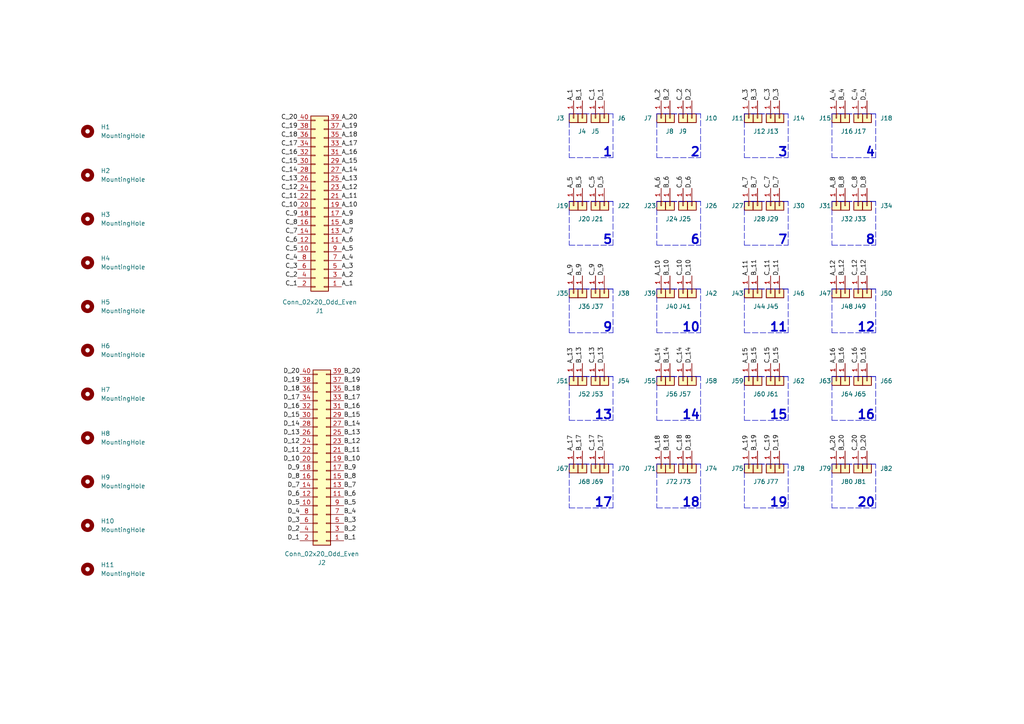
<source format=kicad_sch>
(kicad_sch (version 20210126) (generator eeschema)
  (paper "A4")
  (lib_symbols
    (symbol "Connector_Generic:Conn_01x01" (pin_names (offset 1.016) hide)
      (property "Reference" "J" (at 0 2.54 0))
      (property "Value" "Conn_01x01" (at 0 -2.54 0))
      (symbol "Conn_01x01_1_1"
        (rectangle (start -1.27 0.127) (end 0 -0.127) (stroke (width 0.1524)))
        (rectangle (start -1.27 1.27) (end 1.27 -1.27) (stroke (width 0.254)) (fill (type background)))
        (pin passive line (at -5.08 0 0) (length 3.81) (name "Pin_1") (number "1"))
      )
    )
    (symbol "Connector_Generic:Conn_02x20_Odd_Even" (pin_names (offset 1.016) hide)
      (property "Reference" "J" (at 1.27 25.4 0))
      (property "Value" "Conn_02x20_Odd_Even" (at 1.27 -27.94 0))
      (symbol "Conn_02x20_Odd_Even_1_1"
        (rectangle (start -1.27 -4.953) (end 0 -5.207) (stroke (width 0.1524)))
        (rectangle (start -1.27 -7.493) (end 0 -7.747) (stroke (width 0.1524)))
        (rectangle (start -1.27 -10.033) (end 0 -10.287) (stroke (width 0.1524)))
        (rectangle (start -1.27 -12.573) (end 0 -12.827) (stroke (width 0.1524)))
        (rectangle (start -1.27 -15.113) (end 0 -15.367) (stroke (width 0.1524)))
        (rectangle (start -1.27 -17.653) (end 0 -17.907) (stroke (width 0.1524)))
        (rectangle (start -1.27 -20.193) (end 0 -20.447) (stroke (width 0.1524)))
        (rectangle (start -1.27 -22.733) (end 0 -22.987) (stroke (width 0.1524)))
        (rectangle (start -1.27 -2.413) (end 0 -2.667) (stroke (width 0.1524)))
        (rectangle (start -1.27 -25.273) (end 0 -25.527) (stroke (width 0.1524)))
        (rectangle (start -1.27 2.667) (end 0 2.413) (stroke (width 0.1524)))
        (rectangle (start -1.27 5.207) (end 0 4.953) (stroke (width 0.1524)))
        (rectangle (start -1.27 7.747) (end 0 7.493) (stroke (width 0.1524)))
        (rectangle (start -1.27 10.287) (end 0 10.033) (stroke (width 0.1524)))
        (rectangle (start -1.27 0.127) (end 0 -0.127) (stroke (width 0.1524)))
        (rectangle (start -1.27 12.827) (end 0 12.573) (stroke (width 0.1524)))
        (rectangle (start -1.27 15.367) (end 0 15.113) (stroke (width 0.1524)))
        (rectangle (start -1.27 17.907) (end 0 17.653) (stroke (width 0.1524)))
        (rectangle (start -1.27 20.447) (end 0 20.193) (stroke (width 0.1524)))
        (rectangle (start -1.27 22.987) (end 0 22.733) (stroke (width 0.1524)))
        (rectangle (start -1.27 24.13) (end 3.81 -26.67) (stroke (width 0.254)) (fill (type background)))
        (rectangle (start 3.81 -4.953) (end 2.54 -5.207) (stroke (width 0.1524)))
        (rectangle (start 3.81 -7.493) (end 2.54 -7.747) (stroke (width 0.1524)))
        (rectangle (start 3.81 -10.033) (end 2.54 -10.287) (stroke (width 0.1524)))
        (rectangle (start 3.81 -12.573) (end 2.54 -12.827) (stroke (width 0.1524)))
        (rectangle (start 3.81 -15.113) (end 2.54 -15.367) (stroke (width 0.1524)))
        (rectangle (start 3.81 -17.653) (end 2.54 -17.907) (stroke (width 0.1524)))
        (rectangle (start 3.81 -20.193) (end 2.54 -20.447) (stroke (width 0.1524)))
        (rectangle (start 3.81 -22.733) (end 2.54 -22.987) (stroke (width 0.1524)))
        (rectangle (start 3.81 -2.413) (end 2.54 -2.667) (stroke (width 0.1524)))
        (rectangle (start 3.81 -25.273) (end 2.54 -25.527) (stroke (width 0.1524)))
        (rectangle (start 3.81 2.667) (end 2.54 2.413) (stroke (width 0.1524)))
        (rectangle (start 3.81 5.207) (end 2.54 4.953) (stroke (width 0.1524)))
        (rectangle (start 3.81 7.747) (end 2.54 7.493) (stroke (width 0.1524)))
        (rectangle (start 3.81 10.287) (end 2.54 10.033) (stroke (width 0.1524)))
        (rectangle (start 3.81 0.127) (end 2.54 -0.127) (stroke (width 0.1524)))
        (rectangle (start 3.81 12.827) (end 2.54 12.573) (stroke (width 0.1524)))
        (rectangle (start 3.81 15.367) (end 2.54 15.113) (stroke (width 0.1524)))
        (rectangle (start 3.81 17.907) (end 2.54 17.653) (stroke (width 0.1524)))
        (rectangle (start 3.81 20.447) (end 2.54 20.193) (stroke (width 0.1524)))
        (rectangle (start 3.81 22.987) (end 2.54 22.733) (stroke (width 0.1524)))
        (pin passive line (at -5.08 22.86 0) (length 3.81) (name "Pin_1") (number "1"))
        (pin passive line (at 7.62 12.7 180) (length 3.81) (name "Pin_10") (number "10"))
        (pin passive line (at -5.08 10.16 0) (length 3.81) (name "Pin_11") (number "11"))
        (pin passive line (at 7.62 10.16 180) (length 3.81) (name "Pin_12") (number "12"))
        (pin passive line (at -5.08 7.62 0) (length 3.81) (name "Pin_13") (number "13"))
        (pin passive line (at 7.62 7.62 180) (length 3.81) (name "Pin_14") (number "14"))
        (pin passive line (at -5.08 5.08 0) (length 3.81) (name "Pin_15") (number "15"))
        (pin passive line (at 7.62 5.08 180) (length 3.81) (name "Pin_16") (number "16"))
        (pin passive line (at -5.08 2.54 0) (length 3.81) (name "Pin_17") (number "17"))
        (pin passive line (at 7.62 2.54 180) (length 3.81) (name "Pin_18") (number "18"))
        (pin passive line (at -5.08 0 0) (length 3.81) (name "Pin_19") (number "19"))
        (pin passive line (at 7.62 22.86 180) (length 3.81) (name "Pin_2") (number "2"))
        (pin passive line (at 7.62 0 180) (length 3.81) (name "Pin_20") (number "20"))
        (pin passive line (at -5.08 -2.54 0) (length 3.81) (name "Pin_21") (number "21"))
        (pin passive line (at 7.62 -2.54 180) (length 3.81) (name "Pin_22") (number "22"))
        (pin passive line (at -5.08 -5.08 0) (length 3.81) (name "Pin_23") (number "23"))
        (pin passive line (at 7.62 -5.08 180) (length 3.81) (name "Pin_24") (number "24"))
        (pin passive line (at -5.08 -7.62 0) (length 3.81) (name "Pin_25") (number "25"))
        (pin passive line (at 7.62 -7.62 180) (length 3.81) (name "Pin_26") (number "26"))
        (pin passive line (at -5.08 -10.16 0) (length 3.81) (name "Pin_27") (number "27"))
        (pin passive line (at 7.62 -10.16 180) (length 3.81) (name "Pin_28") (number "28"))
        (pin passive line (at -5.08 -12.7 0) (length 3.81) (name "Pin_29") (number "29"))
        (pin passive line (at -5.08 20.32 0) (length 3.81) (name "Pin_3") (number "3"))
        (pin passive line (at 7.62 -12.7 180) (length 3.81) (name "Pin_30") (number "30"))
        (pin passive line (at -5.08 -15.24 0) (length 3.81) (name "Pin_31") (number "31"))
        (pin passive line (at 7.62 -15.24 180) (length 3.81) (name "Pin_32") (number "32"))
        (pin passive line (at -5.08 -17.78 0) (length 3.81) (name "Pin_33") (number "33"))
        (pin passive line (at 7.62 -17.78 180) (length 3.81) (name "Pin_34") (number "34"))
        (pin passive line (at -5.08 -20.32 0) (length 3.81) (name "Pin_35") (number "35"))
        (pin passive line (at 7.62 -20.32 180) (length 3.81) (name "Pin_36") (number "36"))
        (pin passive line (at -5.08 -22.86 0) (length 3.81) (name "Pin_37") (number "37"))
        (pin passive line (at 7.62 -22.86 180) (length 3.81) (name "Pin_38") (number "38"))
        (pin passive line (at -5.08 -25.4 0) (length 3.81) (name "Pin_39") (number "39"))
        (pin passive line (at 7.62 20.32 180) (length 3.81) (name "Pin_4") (number "4"))
        (pin passive line (at 7.62 -25.4 180) (length 3.81) (name "Pin_40") (number "40"))
        (pin passive line (at -5.08 17.78 0) (length 3.81) (name "Pin_5") (number "5"))
        (pin passive line (at 7.62 17.78 180) (length 3.81) (name "Pin_6") (number "6"))
        (pin passive line (at -5.08 15.24 0) (length 3.81) (name "Pin_7") (number "7"))
        (pin passive line (at 7.62 15.24 180) (length 3.81) (name "Pin_8") (number "8"))
        (pin passive line (at -5.08 12.7 0) (length 3.81) (name "Pin_9") (number "9"))
      )
    )
    (symbol "Mechanical:MountingHole" (pin_names (offset 1.016))
      (property "Reference" "H" (at 0 5.08 0))
      (property "Value" "MountingHole" (at 0 3.175 0))
      (symbol "MountingHole_0_1"
        (circle (center 0 0) (radius 1.27) (stroke (width 1.27)))
      )
    )
  )
  (polyline (pts (xy 165.1 33.02) (xy 165.1 45.72)) (stroke (width 0) (type dash)))
  (polyline (pts (xy 165.1 45.72) (xy 177.8 45.72)) (stroke (width 0) (type dash)))
  (polyline (pts (xy 165.1 58.42) (xy 165.1 71.12)) (stroke (width 0) (type dash)))
  (polyline (pts (xy 165.1 71.12) (xy 177.8 71.12)) (stroke (width 0) (type dash)))
  (polyline (pts (xy 165.1 83.82) (xy 165.1 96.52)) (stroke (width 0) (type dash)))
  (polyline (pts (xy 165.1 96.52) (xy 177.8 96.52)) (stroke (width 0) (type dash)))
  (polyline (pts (xy 165.1 109.22) (xy 165.1 121.92)) (stroke (width 0) (type dash)))
  (polyline (pts (xy 165.1 121.92) (xy 177.8 121.92)) (stroke (width 0) (type dash)))
  (polyline (pts (xy 165.1 134.62) (xy 165.1 147.32)) (stroke (width 0) (type dash)))
  (polyline (pts (xy 165.1 147.32) (xy 177.8 147.32)) (stroke (width 0) (type dash)))
  (polyline (pts (xy 177.8 33.02) (xy 165.1 33.02)) (stroke (width 0) (type dash)))
  (polyline (pts (xy 177.8 45.72) (xy 177.8 33.02)) (stroke (width 0) (type dash)))
  (polyline (pts (xy 177.8 58.42) (xy 165.1 58.42)) (stroke (width 0) (type dash)))
  (polyline (pts (xy 177.8 58.42) (xy 165.1 58.42)) (stroke (width 0) (type dash)))
  (polyline (pts (xy 177.8 71.12) (xy 177.8 58.42)) (stroke (width 0) (type dash)))
  (polyline (pts (xy 177.8 83.82) (xy 165.1 83.82)) (stroke (width 0) (type dash)))
  (polyline (pts (xy 177.8 83.82) (xy 165.1 83.82)) (stroke (width 0) (type dash)))
  (polyline (pts (xy 177.8 96.52) (xy 177.8 83.82)) (stroke (width 0) (type dash)))
  (polyline (pts (xy 177.8 109.22) (xy 165.1 109.22)) (stroke (width 0) (type dash)))
  (polyline (pts (xy 177.8 109.22) (xy 165.1 109.22)) (stroke (width 0) (type dash)))
  (polyline (pts (xy 177.8 121.92) (xy 177.8 109.22)) (stroke (width 0) (type dash)))
  (polyline (pts (xy 177.8 134.62) (xy 165.1 134.62)) (stroke (width 0) (type dash)))
  (polyline (pts (xy 177.8 134.62) (xy 165.1 134.62)) (stroke (width 0) (type dash)))
  (polyline (pts (xy 177.8 147.32) (xy 177.8 134.62)) (stroke (width 0) (type dash)))
  (polyline (pts (xy 190.5 33.02) (xy 190.5 45.72)) (stroke (width 0) (type dash)))
  (polyline (pts (xy 190.5 45.72) (xy 203.2 45.72)) (stroke (width 0) (type dash)))
  (polyline (pts (xy 190.5 58.42) (xy 190.5 71.12)) (stroke (width 0) (type dash)))
  (polyline (pts (xy 190.5 71.12) (xy 203.2 71.12)) (stroke (width 0) (type dash)))
  (polyline (pts (xy 190.5 83.82) (xy 190.5 96.52)) (stroke (width 0) (type dash)))
  (polyline (pts (xy 190.5 96.52) (xy 203.2 96.52)) (stroke (width 0) (type dash)))
  (polyline (pts (xy 190.5 109.22) (xy 190.5 121.92)) (stroke (width 0) (type dash)))
  (polyline (pts (xy 190.5 121.92) (xy 203.2 121.92)) (stroke (width 0) (type dash)))
  (polyline (pts (xy 190.5 134.62) (xy 190.5 147.32)) (stroke (width 0) (type dash)))
  (polyline (pts (xy 190.5 147.32) (xy 203.2 147.32)) (stroke (width 0) (type dash)))
  (polyline (pts (xy 203.2 33.02) (xy 190.5 33.02)) (stroke (width 0) (type dash)))
  (polyline (pts (xy 203.2 33.02) (xy 190.5 33.02)) (stroke (width 0) (type dash)))
  (polyline (pts (xy 203.2 45.72) (xy 203.2 33.02)) (stroke (width 0) (type dash)))
  (polyline (pts (xy 203.2 58.42) (xy 190.5 58.42)) (stroke (width 0) (type dash)))
  (polyline (pts (xy 203.2 58.42) (xy 190.5 58.42)) (stroke (width 0) (type dash)))
  (polyline (pts (xy 203.2 71.12) (xy 203.2 58.42)) (stroke (width 0) (type dash)))
  (polyline (pts (xy 203.2 83.82) (xy 190.5 83.82)) (stroke (width 0) (type dash)))
  (polyline (pts (xy 203.2 83.82) (xy 190.5 83.82)) (stroke (width 0) (type dash)))
  (polyline (pts (xy 203.2 96.52) (xy 203.2 83.82)) (stroke (width 0) (type dash)))
  (polyline (pts (xy 203.2 109.22) (xy 190.5 109.22)) (stroke (width 0) (type dash)))
  (polyline (pts (xy 203.2 109.22) (xy 190.5 109.22)) (stroke (width 0) (type dash)))
  (polyline (pts (xy 203.2 121.92) (xy 203.2 109.22)) (stroke (width 0) (type dash)))
  (polyline (pts (xy 203.2 134.62) (xy 190.5 134.62)) (stroke (width 0) (type dash)))
  (polyline (pts (xy 203.2 134.62) (xy 190.5 134.62)) (stroke (width 0) (type dash)))
  (polyline (pts (xy 203.2 147.32) (xy 203.2 134.62)) (stroke (width 0) (type dash)))
  (polyline (pts (xy 215.9 33.02) (xy 215.9 45.72)) (stroke (width 0) (type dash)))
  (polyline (pts (xy 215.9 45.72) (xy 228.6 45.72)) (stroke (width 0) (type dash)))
  (polyline (pts (xy 215.9 58.42) (xy 215.9 71.12)) (stroke (width 0) (type dash)))
  (polyline (pts (xy 215.9 71.12) (xy 228.6 71.12)) (stroke (width 0) (type dash)))
  (polyline (pts (xy 215.9 83.82) (xy 215.9 96.52)) (stroke (width 0) (type dash)))
  (polyline (pts (xy 215.9 96.52) (xy 228.6 96.52)) (stroke (width 0) (type dash)))
  (polyline (pts (xy 215.9 109.22) (xy 215.9 121.92)) (stroke (width 0) (type dash)))
  (polyline (pts (xy 215.9 121.92) (xy 228.6 121.92)) (stroke (width 0) (type dash)))
  (polyline (pts (xy 215.9 134.62) (xy 215.9 147.32)) (stroke (width 0) (type dash)))
  (polyline (pts (xy 215.9 147.32) (xy 228.6 147.32)) (stroke (width 0) (type dash)))
  (polyline (pts (xy 228.6 33.02) (xy 215.9 33.02)) (stroke (width 0) (type dash)))
  (polyline (pts (xy 228.6 33.02) (xy 215.9 33.02)) (stroke (width 0) (type dash)))
  (polyline (pts (xy 228.6 45.72) (xy 228.6 33.02)) (stroke (width 0) (type dash)))
  (polyline (pts (xy 228.6 58.42) (xy 215.9 58.42)) (stroke (width 0) (type dash)))
  (polyline (pts (xy 228.6 58.42) (xy 215.9 58.42)) (stroke (width 0) (type dash)))
  (polyline (pts (xy 228.6 71.12) (xy 228.6 58.42)) (stroke (width 0) (type dash)))
  (polyline (pts (xy 228.6 83.82) (xy 215.9 83.82)) (stroke (width 0) (type dash)))
  (polyline (pts (xy 228.6 83.82) (xy 215.9 83.82)) (stroke (width 0) (type dash)))
  (polyline (pts (xy 228.6 96.52) (xy 228.6 83.82)) (stroke (width 0) (type dash)))
  (polyline (pts (xy 228.6 109.22) (xy 215.9 109.22)) (stroke (width 0) (type dash)))
  (polyline (pts (xy 228.6 109.22) (xy 215.9 109.22)) (stroke (width 0) (type dash)))
  (polyline (pts (xy 228.6 121.92) (xy 228.6 109.22)) (stroke (width 0) (type dash)))
  (polyline (pts (xy 228.6 134.62) (xy 215.9 134.62)) (stroke (width 0) (type dash)))
  (polyline (pts (xy 228.6 134.62) (xy 215.9 134.62)) (stroke (width 0) (type dash)))
  (polyline (pts (xy 228.6 147.32) (xy 228.6 134.62)) (stroke (width 0) (type dash)))
  (polyline (pts (xy 241.3 33.02) (xy 241.3 45.72)) (stroke (width 0) (type dash)))
  (polyline (pts (xy 241.3 45.72) (xy 254 45.72)) (stroke (width 0) (type dash)))
  (polyline (pts (xy 241.3 58.42) (xy 241.3 71.12)) (stroke (width 0) (type dash)))
  (polyline (pts (xy 241.3 71.12) (xy 254 71.12)) (stroke (width 0) (type dash)))
  (polyline (pts (xy 241.3 83.82) (xy 241.3 96.52)) (stroke (width 0) (type dash)))
  (polyline (pts (xy 241.3 96.52) (xy 254 96.52)) (stroke (width 0) (type dash)))
  (polyline (pts (xy 241.3 109.22) (xy 241.3 121.92)) (stroke (width 0) (type dash)))
  (polyline (pts (xy 241.3 121.92) (xy 254 121.92)) (stroke (width 0) (type dash)))
  (polyline (pts (xy 241.3 134.62) (xy 241.3 147.32)) (stroke (width 0) (type dash)))
  (polyline (pts (xy 241.3 147.32) (xy 254 147.32)) (stroke (width 0) (type dash)))
  (polyline (pts (xy 254 33.02) (xy 241.3 33.02)) (stroke (width 0) (type dash)))
  (polyline (pts (xy 254 33.02) (xy 241.3 33.02)) (stroke (width 0) (type dash)))
  (polyline (pts (xy 254 45.72) (xy 254 33.02)) (stroke (width 0) (type dash)))
  (polyline (pts (xy 254 58.42) (xy 241.3 58.42)) (stroke (width 0) (type dash)))
  (polyline (pts (xy 254 58.42) (xy 241.3 58.42)) (stroke (width 0) (type dash)))
  (polyline (pts (xy 254 71.12) (xy 254 58.42)) (stroke (width 0) (type dash)))
  (polyline (pts (xy 254 83.82) (xy 241.3 83.82)) (stroke (width 0) (type dash)))
  (polyline (pts (xy 254 83.82) (xy 241.3 83.82)) (stroke (width 0) (type dash)))
  (polyline (pts (xy 254 96.52) (xy 254 83.82)) (stroke (width 0) (type dash)))
  (polyline (pts (xy 254 109.22) (xy 241.3 109.22)) (stroke (width 0) (type dash)))
  (polyline (pts (xy 254 109.22) (xy 241.3 109.22)) (stroke (width 0) (type dash)))
  (polyline (pts (xy 254 121.92) (xy 254 109.22)) (stroke (width 0) (type dash)))
  (polyline (pts (xy 254 134.62) (xy 241.3 134.62)) (stroke (width 0) (type dash)))
  (polyline (pts (xy 254 134.62) (xy 241.3 134.62)) (stroke (width 0) (type dash)))
  (polyline (pts (xy 254 147.32) (xy 254 134.62)) (stroke (width 0) (type dash)))
  (text "1" (at 177.8 45.72 180) (effects (font (size 2.54 2.54) (thickness 0.508) bold) (justify right bottom)))
  (text "5" (at 177.8 71.12 180) (effects (font (size 2.54 2.54) (thickness 0.508) bold) (justify right bottom)))
  (text "9" (at 177.8 96.52 180) (effects (font (size 2.54 2.54) (thickness 0.508) bold) (justify right bottom)))
  (text "13" (at 177.8 121.92 180) (effects (font (size 2.54 2.54) (thickness 0.508) bold) (justify right bottom)))
  (text "17" (at 177.8 147.32 180) (effects (font (size 2.54 2.54) (thickness 0.508) bold) (justify right bottom)))
  (text "2" (at 203.2 45.72 180) (effects (font (size 2.54 2.54) (thickness 0.508) bold) (justify right bottom)))
  (text "6" (at 203.2 71.12 180) (effects (font (size 2.54 2.54) (thickness 0.508) bold) (justify right bottom)))
  (text "10" (at 203.2 96.52 180) (effects (font (size 2.54 2.54) (thickness 0.508) bold) (justify right bottom)))
  (text "14" (at 203.2 121.92 180) (effects (font (size 2.54 2.54) (thickness 0.508) bold) (justify right bottom)))
  (text "18" (at 203.2 147.32 180) (effects (font (size 2.54 2.54) (thickness 0.508) bold) (justify right bottom)))
  (text "3" (at 228.6 45.72 180) (effects (font (size 2.54 2.54) (thickness 0.508) bold) (justify right bottom)))
  (text "7" (at 228.6 71.12 180) (effects (font (size 2.54 2.54) (thickness 0.508) bold) (justify right bottom)))
  (text "11" (at 228.6 96.52 180) (effects (font (size 2.54 2.54) (thickness 0.508) bold) (justify right bottom)))
  (text "15" (at 228.6 121.92 180) (effects (font (size 2.54 2.54) (thickness 0.508) bold) (justify right bottom)))
  (text "19" (at 228.6 147.32 180) (effects (font (size 2.54 2.54) (thickness 0.508) bold) (justify right bottom)))
  (text "4" (at 254 45.72 180) (effects (font (size 2.54 2.54) (thickness 0.508) bold) (justify right bottom)))
  (text "8" (at 254 71.12 180) (effects (font (size 2.54 2.54) (thickness 0.508) bold) (justify right bottom)))
  (text "12" (at 254 96.52 180) (effects (font (size 2.54 2.54) (thickness 0.508) bold) (justify right bottom)))
  (text "16" (at 254 121.92 180) (effects (font (size 2.54 2.54) (thickness 0.508) bold) (justify right bottom)))
  (text "20" (at 254 147.32 180) (effects (font (size 2.54 2.54) (thickness 0.508) bold) (justify right bottom)))
  (label "C_20" (at 86.36 34.925 180))
  (label "C_19" (at 86.36 37.465 180))
  (label "C_18" (at 86.36 40.005 180))
  (label "C_17" (at 86.36 42.545 180))
  (label "C_16" (at 86.36 45.085 180))
  (label "C_15" (at 86.36 47.625 180))
  (label "C_14" (at 86.36 50.165 180))
  (label "C_13" (at 86.36 52.705 180))
  (label "C_12" (at 86.36 55.245 180))
  (label "C_11" (at 86.36 57.785 180))
  (label "C_10" (at 86.36 60.325 180))
  (label "C_9" (at 86.36 62.865 180))
  (label "C_8" (at 86.36 65.405 180))
  (label "C_7" (at 86.36 67.945 180))
  (label "C_6" (at 86.36 70.485 180))
  (label "C_5" (at 86.36 73.025 180))
  (label "C_4" (at 86.36 75.565 180))
  (label "C_3" (at 86.36 78.105 180))
  (label "C_2" (at 86.36 80.645 180))
  (label "C_1" (at 86.36 83.185 180))
  (label "D_20" (at 86.995 108.585 180))
  (label "D_19" (at 86.995 111.125 180))
  (label "D_18" (at 86.995 113.665 180))
  (label "D_17" (at 86.995 116.205 180))
  (label "D_16" (at 86.995 118.745 180))
  (label "D_15" (at 86.995 121.285 180))
  (label "D_14" (at 86.995 123.825 180))
  (label "D_13" (at 86.995 126.365 180))
  (label "D_12" (at 86.995 128.905 180))
  (label "D_11" (at 86.995 131.445 180))
  (label "D_10" (at 86.995 133.985 180))
  (label "D_9" (at 86.995 136.525 180))
  (label "D_8" (at 86.995 139.065 180))
  (label "D_7" (at 86.995 141.605 180))
  (label "D_6" (at 86.995 144.145 180))
  (label "D_5" (at 86.995 146.685 180))
  (label "D_4" (at 86.995 149.225 180))
  (label "D_3" (at 86.995 151.765 180))
  (label "D_2" (at 86.995 154.305 180))
  (label "D_1" (at 86.995 156.845 180))
  (label "A_20" (at 99.06 34.925 0))
  (label "A_19" (at 99.06 37.465 0))
  (label "A_18" (at 99.06 40.005 0))
  (label "A_17" (at 99.06 42.545 0))
  (label "A_16" (at 99.06 45.085 0))
  (label "A_15" (at 99.06 47.625 0))
  (label "A_14" (at 99.06 50.165 0))
  (label "A_13" (at 99.06 52.705 0))
  (label "A_12" (at 99.06 55.245 0))
  (label "A_11" (at 99.06 57.785 0))
  (label "A_10" (at 99.06 60.325 0))
  (label "A_9" (at 99.06 62.865 0))
  (label "A_8" (at 99.06 65.405 0))
  (label "A_7" (at 99.06 67.945 0))
  (label "A_6" (at 99.06 70.485 0))
  (label "A_5" (at 99.06 73.025 0))
  (label "A_4" (at 99.06 75.565 0))
  (label "A_3" (at 99.06 78.105 0))
  (label "A_2" (at 99.06 80.645 0))
  (label "A_1" (at 99.06 83.185 0))
  (label "B_20" (at 99.695 108.585 0))
  (label "B_19" (at 99.695 111.125 0))
  (label "B_18" (at 99.695 113.665 0))
  (label "B_17" (at 99.695 116.205 0))
  (label "B_16" (at 99.695 118.745 0))
  (label "B_15" (at 99.695 121.285 0))
  (label "B_14" (at 99.695 123.825 0))
  (label "B_13" (at 99.695 126.365 0))
  (label "B_12" (at 99.695 128.905 0))
  (label "B_11" (at 99.695 131.445 0))
  (label "B_10" (at 99.695 133.985 0))
  (label "B_9" (at 99.695 136.525 0))
  (label "B_8" (at 99.695 139.065 0))
  (label "B_7" (at 99.695 141.605 0))
  (label "B_6" (at 99.695 144.145 0))
  (label "B_5" (at 99.695 146.685 0))
  (label "B_4" (at 99.695 149.225 0))
  (label "B_3" (at 99.695 151.765 0))
  (label "B_2" (at 99.695 154.305 0))
  (label "B_1" (at 99.695 156.845 0))
  (label "A_1" (at 166.37 29.21 90))
  (label "A_5" (at 166.37 54.61 90))
  (label "A_9" (at 166.37 80.01 90))
  (label "A_13" (at 166.37 105.41 90))
  (label "A_17" (at 166.37 130.81 90))
  (label "B_1" (at 168.91 29.21 90))
  (label "B_5" (at 168.91 54.61 90))
  (label "B_9" (at 168.91 80.01 90))
  (label "B_13" (at 168.91 105.41 90))
  (label "B_17" (at 168.91 130.81 90))
  (label "C_1" (at 172.72 29.21 90))
  (label "C_5" (at 172.72 54.61 90))
  (label "C_9" (at 172.72 80.01 90))
  (label "C_13" (at 172.72 105.41 90))
  (label "C_17" (at 172.72 130.81 90))
  (label "D_1" (at 175.26 29.21 90))
  (label "D_5" (at 175.26 54.61 90))
  (label "D_9" (at 175.26 80.01 90))
  (label "D_13" (at 175.26 105.41 90))
  (label "D_17" (at 175.26 130.81 90))
  (label "A_2" (at 191.77 29.21 90))
  (label "A_6" (at 191.77 54.61 90))
  (label "A_10" (at 191.77 80.01 90))
  (label "A_14" (at 191.77 105.41 90))
  (label "A_18" (at 191.77 130.81 90))
  (label "B_2" (at 194.31 29.21 90))
  (label "B_6" (at 194.31 54.61 90))
  (label "B_10" (at 194.31 80.01 90))
  (label "B_14" (at 194.31 105.41 90))
  (label "B_18" (at 194.31 130.81 90))
  (label "C_2" (at 198.12 29.21 90))
  (label "C_6" (at 198.12 54.61 90))
  (label "C_10" (at 198.12 80.01 90))
  (label "C_14" (at 198.12 105.41 90))
  (label "C_18" (at 198.12 130.81 90))
  (label "D_2" (at 200.66 29.21 90))
  (label "D_6" (at 200.66 54.61 90))
  (label "D_10" (at 200.66 80.01 90))
  (label "D_14" (at 200.66 105.41 90))
  (label "D_18" (at 200.66 130.81 90))
  (label "A_3" (at 217.17 29.21 90))
  (label "A_7" (at 217.17 54.61 90))
  (label "A_11" (at 217.17 80.01 90))
  (label "A_15" (at 217.17 105.41 90))
  (label "A_19" (at 217.17 130.81 90))
  (label "B_3" (at 219.71 29.21 90))
  (label "B_7" (at 219.71 54.61 90))
  (label "B_11" (at 219.71 80.01 90))
  (label "B_15" (at 219.71 105.41 90))
  (label "B_19" (at 219.71 130.81 90))
  (label "C_3" (at 223.52 29.21 90))
  (label "C_7" (at 223.52 54.61 90))
  (label "C_11" (at 223.52 80.01 90))
  (label "C_15" (at 223.52 105.41 90))
  (label "C_19" (at 223.52 130.81 90))
  (label "D_3" (at 226.06 29.21 90))
  (label "D_7" (at 226.06 54.61 90))
  (label "D_11" (at 226.06 80.01 90))
  (label "D_15" (at 226.06 105.41 90))
  (label "D_19" (at 226.06 130.81 90))
  (label "A_4" (at 242.57 29.21 90))
  (label "A_8" (at 242.57 54.61 90))
  (label "A_12" (at 242.57 80.01 90))
  (label "A_16" (at 242.57 105.41 90))
  (label "A_20" (at 242.57 130.81 90))
  (label "B_4" (at 245.11 29.21 90))
  (label "B_8" (at 245.11 54.61 90))
  (label "B_12" (at 245.11 80.01 90))
  (label "B_16" (at 245.11 105.41 90))
  (label "B_20" (at 245.11 130.81 90))
  (label "C_4" (at 248.92 29.21 90))
  (label "C_8" (at 248.92 54.61 90))
  (label "C_12" (at 248.92 80.01 90))
  (label "C_16" (at 248.92 105.41 90))
  (label "C_20" (at 248.92 130.81 90))
  (label "D_4" (at 251.46 29.21 90))
  (label "D_8" (at 251.46 54.61 90))
  (label "D_12" (at 251.46 80.01 90))
  (label "D_16" (at 251.46 105.41 90))
  (label "D_20" (at 251.46 130.81 90))
  (symbol (lib_id "Mechanical:MountingHole") (at 25.4 38.1 0) (unit 1)
    (property "Reference" "H1" (at 29.21 36.83 0) (effects (justify left)))
    (property "Value" "MountingHole" (at 29.21 39.37 0) (effects (justify left)))
    (property "Footprint" "MountingHole:MountingHole_6mm" (effects hide))
  )
  (symbol (lib_id "Mechanical:MountingHole") (at 25.4 50.8 0) (unit 1)
    (property "Reference" "H2" (at 29.21 49.53 0) (effects (justify left)))
    (property "Value" "MountingHole" (at 29.21 52.07 0) (effects (justify left)))
    (property "Footprint" "MountingHole:MountingHole_6mm" (effects hide))
  )
  (symbol (lib_id "Mechanical:MountingHole") (at 25.4 63.5 0) (unit 1)
    (property "Reference" "H3" (at 29.21 62.23 0) (effects (justify left)))
    (property "Value" "MountingHole" (at 29.21 64.77 0) (effects (justify left)))
    (property "Footprint" "MountingHole:MountingHole_6mm" (effects hide))
  )
  (symbol (lib_id "Mechanical:MountingHole") (at 25.4 76.2 0) (unit 1)
    (property "Reference" "H4" (at 29.21 74.93 0) (effects (justify left)))
    (property "Value" "MountingHole" (at 29.21 77.47 0) (effects (justify left)))
    (property "Footprint" "MountingHole:MountingHole_6mm" (effects hide))
  )
  (symbol (lib_id "Mechanical:MountingHole") (at 25.4 88.9 0) (unit 1)
    (property "Reference" "H5" (at 29.21 87.63 0) (effects (justify left)))
    (property "Value" "MountingHole" (at 29.21 90.17 0) (effects (justify left)))
    (property "Footprint" "MountingHole:MountingHole_6mm" (effects hide))
  )
  (symbol (lib_id "Mechanical:MountingHole") (at 25.4 101.6 0) (unit 1)
    (property "Reference" "H6" (at 29.21 100.33 0) (effects (justify left)))
    (property "Value" "MountingHole" (at 29.21 102.87 0) (effects (justify left)))
    (property "Footprint" "MountingHole:MountingHole_6mm" (effects hide))
  )
  (symbol (lib_id "Mechanical:MountingHole") (at 25.4 114.3 0) (unit 1)
    (property "Reference" "H7" (at 29.21 113.03 0) (effects (justify left)))
    (property "Value" "MountingHole" (at 29.21 115.57 0) (effects (justify left)))
    (property "Footprint" "MountingHole:MountingHole_6mm" (effects hide))
  )
  (symbol (lib_id "Mechanical:MountingHole") (at 25.4 127 0) (unit 1)
    (property "Reference" "H8" (at 29.21 125.73 0) (effects (justify left)))
    (property "Value" "MountingHole" (at 29.21 128.27 0) (effects (justify left)))
    (property "Footprint" "MountingHole:MountingHole_6mm" (effects hide))
  )
  (symbol (lib_id "Mechanical:MountingHole") (at 25.4 139.7 0) (unit 1)
    (property "Reference" "H9" (at 29.21 138.43 0) (effects (justify left)))
    (property "Value" "MountingHole" (at 29.21 140.97 0) (effects (justify left)))
    (property "Footprint" "MountingHole:MountingHole_6mm" (effects hide))
  )
  (symbol (lib_id "Mechanical:MountingHole") (at 25.4 152.4 0) (unit 1)
    (property "Reference" "H10" (at 29.21 151.13 0) (effects (justify left)))
    (property "Value" "MountingHole" (at 29.21 153.67 0) (effects (justify left)))
    (property "Footprint" "MountingHole:MountingHole_6mm" (effects hide))
  )
  (symbol (lib_id "Mechanical:MountingHole") (at 25.4 165.1 0) (unit 1)
    (property "Reference" "H11" (at 29.21 163.83 0) (effects (justify left)))
    (property "Value" "MountingHole" (at 29.21 166.37 0) (effects (justify left)))
    (property "Footprint" "MountingHole:MountingHole_6mm" (effects hide))
  )
  (symbol (lib_id "Connector_Generic:Conn_01x01") (at 166.37 34.29 270) (unit 1)
    (property "Reference" "J3" (at 161.29 34.29 90) (effects (justify left)))
    (property "Value" "Conn_01x01" (effects hide))
    (property "Footprint" "MINE:low_profile_spring_pin" (effects hide))
  )
  (symbol (lib_id "Connector_Generic:Conn_01x01") (at 166.37 59.69 270) (unit 1)
    (property "Reference" "J19" (at 161.29 59.69 90) (effects (justify left)))
    (property "Value" "Conn_01x01" (effects hide))
    (property "Footprint" "MINE:low_profile_spring_pin" (effects hide))
  )
  (symbol (lib_id "Connector_Generic:Conn_01x01") (at 166.37 85.09 270) (unit 1)
    (property "Reference" "J35" (at 161.29 85.09 90) (effects (justify left)))
    (property "Value" "Conn_01x01" (effects hide))
    (property "Footprint" "MINE:low_profile_spring_pin" (effects hide))
  )
  (symbol (lib_id "Connector_Generic:Conn_01x01") (at 166.37 110.49 270) (unit 1)
    (property "Reference" "J51" (at 161.29 110.49 90) (effects (justify left)))
    (property "Value" "Conn_01x01" (effects hide))
    (property "Footprint" "MINE:low_profile_spring_pin" (effects hide))
  )
  (symbol (lib_id "Connector_Generic:Conn_01x01") (at 166.37 135.89 270) (unit 1)
    (property "Reference" "J67" (at 161.29 135.89 90) (effects (justify left)))
    (property "Value" "Conn_01x01" (effects hide))
    (property "Footprint" "MINE:low_profile_spring_pin" (effects hide))
  )
  (symbol (lib_id "Connector_Generic:Conn_01x01") (at 168.91 34.29 270) (unit 1)
    (property "Reference" "J4" (at 167.64 38.1 90) (effects (justify left)))
    (property "Value" "Conn_01x01" (effects hide))
    (property "Footprint" "MINE:low_profile_spring_pin" (effects hide))
  )
  (symbol (lib_id "Connector_Generic:Conn_01x01") (at 168.91 59.69 270) (unit 1)
    (property "Reference" "J20" (at 167.64 63.5 90) (effects (justify left)))
    (property "Value" "Conn_01x01" (effects hide))
    (property "Footprint" "MINE:low_profile_spring_pin" (effects hide))
  )
  (symbol (lib_id "Connector_Generic:Conn_01x01") (at 168.91 85.09 270) (unit 1)
    (property "Reference" "J36" (at 167.64 88.9 90) (effects (justify left)))
    (property "Value" "Conn_01x01" (effects hide))
    (property "Footprint" "MINE:low_profile_spring_pin" (effects hide))
  )
  (symbol (lib_id "Connector_Generic:Conn_01x01") (at 168.91 110.49 270) (unit 1)
    (property "Reference" "J52" (at 167.64 114.3 90) (effects (justify left)))
    (property "Value" "Conn_01x01" (effects hide))
    (property "Footprint" "MINE:low_profile_spring_pin" (effects hide))
  )
  (symbol (lib_id "Connector_Generic:Conn_01x01") (at 168.91 135.89 270) (unit 1)
    (property "Reference" "J68" (at 167.64 139.7 90) (effects (justify left)))
    (property "Value" "Conn_01x01" (effects hide))
    (property "Footprint" "MINE:low_profile_spring_pin" (effects hide))
  )
  (symbol (lib_id "Connector_Generic:Conn_01x01") (at 172.72 34.29 270) (unit 1)
    (property "Reference" "J5" (at 171.45 38.1 90) (effects (justify left)))
    (property "Value" "Conn_01x01" (effects hide))
    (property "Footprint" "MINE:low_profile_spring_pin" (effects hide))
  )
  (symbol (lib_id "Connector_Generic:Conn_01x01") (at 172.72 59.69 270) (unit 1)
    (property "Reference" "J21" (at 171.45 63.5 90) (effects (justify left)))
    (property "Value" "Conn_01x01" (effects hide))
    (property "Footprint" "MINE:low_profile_spring_pin" (effects hide))
  )
  (symbol (lib_id "Connector_Generic:Conn_01x01") (at 172.72 85.09 270) (unit 1)
    (property "Reference" "J37" (at 171.45 88.9 90) (effects (justify left)))
    (property "Value" "Conn_01x01" (effects hide))
    (property "Footprint" "MINE:low_profile_spring_pin" (effects hide))
  )
  (symbol (lib_id "Connector_Generic:Conn_01x01") (at 172.72 110.49 270) (unit 1)
    (property "Reference" "J53" (at 171.45 114.3 90) (effects (justify left)))
    (property "Value" "Conn_01x01" (effects hide))
    (property "Footprint" "MINE:low_profile_spring_pin" (effects hide))
  )
  (symbol (lib_id "Connector_Generic:Conn_01x01") (at 172.72 135.89 270) (unit 1)
    (property "Reference" "J69" (at 171.45 139.7 90) (effects (justify left)))
    (property "Value" "Conn_01x01" (effects hide))
    (property "Footprint" "MINE:low_profile_spring_pin" (effects hide))
  )
  (symbol (lib_id "Connector_Generic:Conn_01x01") (at 175.26 34.29 270) (unit 1)
    (property "Reference" "J6" (at 179.07 34.29 90) (effects (justify left)))
    (property "Value" "Conn_01x01" (effects hide))
    (property "Footprint" "MINE:low_profile_spring_pin" (effects hide))
  )
  (symbol (lib_id "Connector_Generic:Conn_01x01") (at 175.26 59.69 270) (unit 1)
    (property "Reference" "J22" (at 179.07 59.69 90) (effects (justify left)))
    (property "Value" "Conn_01x01" (effects hide))
    (property "Footprint" "MINE:low_profile_spring_pin" (effects hide))
  )
  (symbol (lib_id "Connector_Generic:Conn_01x01") (at 175.26 85.09 270) (unit 1)
    (property "Reference" "J38" (at 179.07 85.09 90) (effects (justify left)))
    (property "Value" "Conn_01x01" (effects hide))
    (property "Footprint" "MINE:low_profile_spring_pin" (effects hide))
  )
  (symbol (lib_id "Connector_Generic:Conn_01x01") (at 175.26 110.49 270) (unit 1)
    (property "Reference" "J54" (at 179.07 110.49 90) (effects (justify left)))
    (property "Value" "Conn_01x01" (effects hide))
    (property "Footprint" "MINE:low_profile_spring_pin" (effects hide))
  )
  (symbol (lib_id "Connector_Generic:Conn_01x01") (at 175.26 135.89 270) (unit 1)
    (property "Reference" "J70" (at 179.07 135.89 90) (effects (justify left)))
    (property "Value" "Conn_01x01" (effects hide))
    (property "Footprint" "MINE:low_profile_spring_pin" (effects hide))
  )
  (symbol (lib_id "Connector_Generic:Conn_01x01") (at 191.77 34.29 270) (unit 1)
    (property "Reference" "J7" (at 186.69 34.29 90) (effects (justify left)))
    (property "Value" "Conn_01x01" (effects hide))
    (property "Footprint" "MINE:low_profile_spring_pin" (effects hide))
  )
  (symbol (lib_id "Connector_Generic:Conn_01x01") (at 191.77 59.69 270) (unit 1)
    (property "Reference" "J23" (at 186.69 59.69 90) (effects (justify left)))
    (property "Value" "Conn_01x01" (effects hide))
    (property "Footprint" "MINE:low_profile_spring_pin" (effects hide))
  )
  (symbol (lib_id "Connector_Generic:Conn_01x01") (at 191.77 85.09 270) (unit 1)
    (property "Reference" "J39" (at 186.69 85.09 90) (effects (justify left)))
    (property "Value" "Conn_01x01" (effects hide))
    (property "Footprint" "MINE:low_profile_spring_pin" (effects hide))
  )
  (symbol (lib_id "Connector_Generic:Conn_01x01") (at 191.77 110.49 270) (unit 1)
    (property "Reference" "J55" (at 186.69 110.49 90) (effects (justify left)))
    (property "Value" "Conn_01x01" (effects hide))
    (property "Footprint" "MINE:low_profile_spring_pin" (effects hide))
  )
  (symbol (lib_id "Connector_Generic:Conn_01x01") (at 191.77 135.89 270) (unit 1)
    (property "Reference" "J71" (at 186.69 135.89 90) (effects (justify left)))
    (property "Value" "Conn_01x01" (effects hide))
    (property "Footprint" "MINE:low_profile_spring_pin" (effects hide))
  )
  (symbol (lib_id "Connector_Generic:Conn_01x01") (at 194.31 34.29 270) (unit 1)
    (property "Reference" "J8" (at 193.04 38.1 90) (effects (justify left)))
    (property "Value" "Conn_01x01" (effects hide))
    (property "Footprint" "MINE:low_profile_spring_pin" (effects hide))
  )
  (symbol (lib_id "Connector_Generic:Conn_01x01") (at 194.31 59.69 270) (unit 1)
    (property "Reference" "J24" (at 193.04 63.5 90) (effects (justify left)))
    (property "Value" "Conn_01x01" (effects hide))
    (property "Footprint" "MINE:low_profile_spring_pin" (effects hide))
  )
  (symbol (lib_id "Connector_Generic:Conn_01x01") (at 194.31 85.09 270) (unit 1)
    (property "Reference" "J40" (at 193.04 88.9 90) (effects (justify left)))
    (property "Value" "Conn_01x01" (effects hide))
    (property "Footprint" "MINE:low_profile_spring_pin" (effects hide))
  )
  (symbol (lib_id "Connector_Generic:Conn_01x01") (at 194.31 110.49 270) (unit 1)
    (property "Reference" "J56" (at 193.04 114.3 90) (effects (justify left)))
    (property "Value" "Conn_01x01" (effects hide))
    (property "Footprint" "MINE:low_profile_spring_pin" (effects hide))
  )
  (symbol (lib_id "Connector_Generic:Conn_01x01") (at 194.31 135.89 270) (unit 1)
    (property "Reference" "J72" (at 193.04 139.7 90) (effects (justify left)))
    (property "Value" "Conn_01x01" (effects hide))
    (property "Footprint" "MINE:low_profile_spring_pin" (effects hide))
  )
  (symbol (lib_id "Connector_Generic:Conn_01x01") (at 198.12 34.29 270) (unit 1)
    (property "Reference" "J9" (at 196.85 38.1 90) (effects (justify left)))
    (property "Value" "Conn_01x01" (effects hide))
    (property "Footprint" "MINE:low_profile_spring_pin" (effects hide))
  )
  (symbol (lib_id "Connector_Generic:Conn_01x01") (at 198.12 59.69 270) (unit 1)
    (property "Reference" "J25" (at 196.85 63.5 90) (effects (justify left)))
    (property "Value" "Conn_01x01" (effects hide))
    (property "Footprint" "MINE:low_profile_spring_pin" (effects hide))
  )
  (symbol (lib_id "Connector_Generic:Conn_01x01") (at 198.12 85.09 270) (unit 1)
    (property "Reference" "J41" (at 196.85 88.9 90) (effects (justify left)))
    (property "Value" "Conn_01x01" (effects hide))
    (property "Footprint" "MINE:low_profile_spring_pin" (effects hide))
  )
  (symbol (lib_id "Connector_Generic:Conn_01x01") (at 198.12 110.49 270) (unit 1)
    (property "Reference" "J57" (at 196.85 114.3 90) (effects (justify left)))
    (property "Value" "Conn_01x01" (effects hide))
    (property "Footprint" "MINE:low_profile_spring_pin" (effects hide))
  )
  (symbol (lib_id "Connector_Generic:Conn_01x01") (at 198.12 135.89 270) (unit 1)
    (property "Reference" "J73" (at 196.85 139.7 90) (effects (justify left)))
    (property "Value" "Conn_01x01" (effects hide))
    (property "Footprint" "MINE:low_profile_spring_pin" (effects hide))
  )
  (symbol (lib_id "Connector_Generic:Conn_01x01") (at 200.66 34.29 270) (unit 1)
    (property "Reference" "J10" (at 204.47 34.29 90) (effects (justify left)))
    (property "Value" "Conn_01x01" (effects hide))
    (property "Footprint" "MINE:low_profile_spring_pin" (effects hide))
  )
  (symbol (lib_id "Connector_Generic:Conn_01x01") (at 200.66 59.69 270) (unit 1)
    (property "Reference" "J26" (at 204.47 59.69 90) (effects (justify left)))
    (property "Value" "Conn_01x01" (effects hide))
    (property "Footprint" "MINE:low_profile_spring_pin" (effects hide))
  )
  (symbol (lib_id "Connector_Generic:Conn_01x01") (at 200.66 85.09 270) (unit 1)
    (property "Reference" "J42" (at 204.47 85.09 90) (effects (justify left)))
    (property "Value" "Conn_01x01" (effects hide))
    (property "Footprint" "MINE:low_profile_spring_pin" (effects hide))
  )
  (symbol (lib_id "Connector_Generic:Conn_01x01") (at 200.66 110.49 270) (unit 1)
    (property "Reference" "J58" (at 204.47 110.49 90) (effects (justify left)))
    (property "Value" "Conn_01x01" (effects hide))
    (property "Footprint" "MINE:low_profile_spring_pin" (effects hide))
  )
  (symbol (lib_id "Connector_Generic:Conn_01x01") (at 200.66 135.89 270) (unit 1)
    (property "Reference" "J74" (at 204.47 135.89 90) (effects (justify left)))
    (property "Value" "Conn_01x01" (effects hide))
    (property "Footprint" "MINE:low_profile_spring_pin" (effects hide))
  )
  (symbol (lib_id "Connector_Generic:Conn_01x01") (at 217.17 34.29 270) (unit 1)
    (property "Reference" "J11" (at 212.09 34.29 90) (effects (justify left)))
    (property "Value" "Conn_01x01" (effects hide))
    (property "Footprint" "MINE:low_profile_spring_pin" (effects hide))
  )
  (symbol (lib_id "Connector_Generic:Conn_01x01") (at 217.17 59.69 270) (unit 1)
    (property "Reference" "J27" (at 212.09 59.69 90) (effects (justify left)))
    (property "Value" "Conn_01x01" (effects hide))
    (property "Footprint" "MINE:low_profile_spring_pin" (effects hide))
  )
  (symbol (lib_id "Connector_Generic:Conn_01x01") (at 217.17 85.09 270) (unit 1)
    (property "Reference" "J43" (at 212.09 85.09 90) (effects (justify left)))
    (property "Value" "Conn_01x01" (effects hide))
    (property "Footprint" "MINE:low_profile_spring_pin" (effects hide))
  )
  (symbol (lib_id "Connector_Generic:Conn_01x01") (at 217.17 110.49 270) (unit 1)
    (property "Reference" "J59" (at 212.09 110.49 90) (effects (justify left)))
    (property "Value" "Conn_01x01" (effects hide))
    (property "Footprint" "MINE:low_profile_spring_pin" (effects hide))
  )
  (symbol (lib_id "Connector_Generic:Conn_01x01") (at 217.17 135.89 270) (unit 1)
    (property "Reference" "J75" (at 212.09 135.89 90) (effects (justify left)))
    (property "Value" "Conn_01x01" (effects hide))
    (property "Footprint" "MINE:low_profile_spring_pin" (effects hide))
  )
  (symbol (lib_id "Connector_Generic:Conn_01x01") (at 219.71 34.29 270) (unit 1)
    (property "Reference" "J12" (at 218.44 38.1 90) (effects (justify left)))
    (property "Value" "Conn_01x01" (effects hide))
    (property "Footprint" "MINE:low_profile_spring_pin" (effects hide))
  )
  (symbol (lib_id "Connector_Generic:Conn_01x01") (at 219.71 59.69 270) (unit 1)
    (property "Reference" "J28" (at 218.44 63.5 90) (effects (justify left)))
    (property "Value" "Conn_01x01" (effects hide))
    (property "Footprint" "MINE:low_profile_spring_pin" (effects hide))
  )
  (symbol (lib_id "Connector_Generic:Conn_01x01") (at 219.71 85.09 270) (unit 1)
    (property "Reference" "J44" (at 218.44 88.9 90) (effects (justify left)))
    (property "Value" "Conn_01x01" (effects hide))
    (property "Footprint" "MINE:low_profile_spring_pin" (effects hide))
  )
  (symbol (lib_id "Connector_Generic:Conn_01x01") (at 219.71 110.49 270) (unit 1)
    (property "Reference" "J60" (at 218.44 114.3 90) (effects (justify left)))
    (property "Value" "Conn_01x01" (effects hide))
    (property "Footprint" "MINE:low_profile_spring_pin" (effects hide))
  )
  (symbol (lib_id "Connector_Generic:Conn_01x01") (at 219.71 135.89 270) (unit 1)
    (property "Reference" "J76" (at 218.44 139.7 90) (effects (justify left)))
    (property "Value" "Conn_01x01" (effects hide))
    (property "Footprint" "MINE:low_profile_spring_pin" (effects hide))
  )
  (symbol (lib_id "Connector_Generic:Conn_01x01") (at 223.52 34.29 270) (unit 1)
    (property "Reference" "J13" (at 222.25 38.1 90) (effects (justify left)))
    (property "Value" "Conn_01x01" (effects hide))
    (property "Footprint" "MINE:low_profile_spring_pin" (effects hide))
  )
  (symbol (lib_id "Connector_Generic:Conn_01x01") (at 223.52 59.69 270) (unit 1)
    (property "Reference" "J29" (at 222.25 63.5 90) (effects (justify left)))
    (property "Value" "Conn_01x01" (effects hide))
    (property "Footprint" "MINE:low_profile_spring_pin" (effects hide))
  )
  (symbol (lib_id "Connector_Generic:Conn_01x01") (at 223.52 85.09 270) (unit 1)
    (property "Reference" "J45" (at 222.25 88.9 90) (effects (justify left)))
    (property "Value" "Conn_01x01" (effects hide))
    (property "Footprint" "MINE:low_profile_spring_pin" (effects hide))
  )
  (symbol (lib_id "Connector_Generic:Conn_01x01") (at 223.52 110.49 270) (unit 1)
    (property "Reference" "J61" (at 222.25 114.3 90) (effects (justify left)))
    (property "Value" "Conn_01x01" (effects hide))
    (property "Footprint" "MINE:low_profile_spring_pin" (effects hide))
  )
  (symbol (lib_id "Connector_Generic:Conn_01x01") (at 223.52 135.89 270) (unit 1)
    (property "Reference" "J77" (at 222.25 139.7 90) (effects (justify left)))
    (property "Value" "Conn_01x01" (effects hide))
    (property "Footprint" "MINE:low_profile_spring_pin" (effects hide))
  )
  (symbol (lib_id "Connector_Generic:Conn_01x01") (at 226.06 34.29 270) (unit 1)
    (property "Reference" "J14" (at 229.87 34.29 90) (effects (justify left)))
    (property "Value" "Conn_01x01" (effects hide))
    (property "Footprint" "MINE:low_profile_spring_pin" (effects hide))
  )
  (symbol (lib_id "Connector_Generic:Conn_01x01") (at 226.06 59.69 270) (unit 1)
    (property "Reference" "J30" (at 229.87 59.69 90) (effects (justify left)))
    (property "Value" "Conn_01x01" (effects hide))
    (property "Footprint" "MINE:low_profile_spring_pin" (effects hide))
  )
  (symbol (lib_id "Connector_Generic:Conn_01x01") (at 226.06 85.09 270) (unit 1)
    (property "Reference" "J46" (at 229.87 85.09 90) (effects (justify left)))
    (property "Value" "Conn_01x01" (effects hide))
    (property "Footprint" "MINE:low_profile_spring_pin" (effects hide))
  )
  (symbol (lib_id "Connector_Generic:Conn_01x01") (at 226.06 110.49 270) (unit 1)
    (property "Reference" "J62" (at 229.87 110.49 90) (effects (justify left)))
    (property "Value" "Conn_01x01" (effects hide))
    (property "Footprint" "MINE:low_profile_spring_pin" (effects hide))
  )
  (symbol (lib_id "Connector_Generic:Conn_01x01") (at 226.06 135.89 270) (unit 1)
    (property "Reference" "J78" (at 229.87 135.89 90) (effects (justify left)))
    (property "Value" "Conn_01x01" (effects hide))
    (property "Footprint" "MINE:low_profile_spring_pin" (effects hide))
  )
  (symbol (lib_id "Connector_Generic:Conn_01x01") (at 242.57 34.29 270) (unit 1)
    (property "Reference" "J15" (at 237.49 34.29 90) (effects (justify left)))
    (property "Value" "Conn_01x01" (effects hide))
    (property "Footprint" "MINE:low_profile_spring_pin" (effects hide))
  )
  (symbol (lib_id "Connector_Generic:Conn_01x01") (at 242.57 59.69 270) (unit 1)
    (property "Reference" "J31" (at 237.49 59.69 90) (effects (justify left)))
    (property "Value" "Conn_01x01" (effects hide))
    (property "Footprint" "MINE:low_profile_spring_pin" (effects hide))
  )
  (symbol (lib_id "Connector_Generic:Conn_01x01") (at 242.57 85.09 270) (unit 1)
    (property "Reference" "J47" (at 237.49 85.09 90) (effects (justify left)))
    (property "Value" "Conn_01x01" (effects hide))
    (property "Footprint" "MINE:low_profile_spring_pin" (effects hide))
  )
  (symbol (lib_id "Connector_Generic:Conn_01x01") (at 242.57 110.49 270) (unit 1)
    (property "Reference" "J63" (at 237.49 110.49 90) (effects (justify left)))
    (property "Value" "Conn_01x01" (effects hide))
    (property "Footprint" "MINE:low_profile_spring_pin" (effects hide))
  )
  (symbol (lib_id "Connector_Generic:Conn_01x01") (at 242.57 135.89 270) (unit 1)
    (property "Reference" "J79" (at 237.49 135.89 90) (effects (justify left)))
    (property "Value" "Conn_01x01" (effects hide))
    (property "Footprint" "MINE:low_profile_spring_pin" (effects hide))
  )
  (symbol (lib_id "Connector_Generic:Conn_01x01") (at 245.11 34.29 270) (unit 1)
    (property "Reference" "J16" (at 243.84 38.1 90) (effects (justify left)))
    (property "Value" "Conn_01x01" (effects hide))
    (property "Footprint" "MINE:low_profile_spring_pin" (effects hide))
  )
  (symbol (lib_id "Connector_Generic:Conn_01x01") (at 245.11 59.69 270) (unit 1)
    (property "Reference" "J32" (at 243.84 63.5 90) (effects (justify left)))
    (property "Value" "Conn_01x01" (effects hide))
    (property "Footprint" "MINE:low_profile_spring_pin" (effects hide))
  )
  (symbol (lib_id "Connector_Generic:Conn_01x01") (at 245.11 85.09 270) (unit 1)
    (property "Reference" "J48" (at 243.84 88.9 90) (effects (justify left)))
    (property "Value" "Conn_01x01" (effects hide))
    (property "Footprint" "MINE:low_profile_spring_pin" (effects hide))
  )
  (symbol (lib_id "Connector_Generic:Conn_01x01") (at 245.11 110.49 270) (unit 1)
    (property "Reference" "J64" (at 243.84 114.3 90) (effects (justify left)))
    (property "Value" "Conn_01x01" (effects hide))
    (property "Footprint" "MINE:low_profile_spring_pin" (effects hide))
  )
  (symbol (lib_id "Connector_Generic:Conn_01x01") (at 245.11 135.89 270) (unit 1)
    (property "Reference" "J80" (at 243.84 139.7 90) (effects (justify left)))
    (property "Value" "Conn_01x01" (effects hide))
    (property "Footprint" "MINE:low_profile_spring_pin" (effects hide))
  )
  (symbol (lib_id "Connector_Generic:Conn_01x01") (at 248.92 34.29 270) (unit 1)
    (property "Reference" "J17" (at 247.65 38.1 90) (effects (justify left)))
    (property "Value" "Conn_01x01" (effects hide))
    (property "Footprint" "MINE:low_profile_spring_pin" (effects hide))
  )
  (symbol (lib_id "Connector_Generic:Conn_01x01") (at 248.92 59.69 270) (unit 1)
    (property "Reference" "J33" (at 247.65 63.5 90) (effects (justify left)))
    (property "Value" "Conn_01x01" (effects hide))
    (property "Footprint" "MINE:low_profile_spring_pin" (effects hide))
  )
  (symbol (lib_id "Connector_Generic:Conn_01x01") (at 248.92 85.09 270) (unit 1)
    (property "Reference" "J49" (at 247.65 88.9 90) (effects (justify left)))
    (property "Value" "Conn_01x01" (effects hide))
    (property "Footprint" "MINE:low_profile_spring_pin" (effects hide))
  )
  (symbol (lib_id "Connector_Generic:Conn_01x01") (at 248.92 110.49 270) (unit 1)
    (property "Reference" "J65" (at 247.65 114.3 90) (effects (justify left)))
    (property "Value" "Conn_01x01" (effects hide))
    (property "Footprint" "MINE:low_profile_spring_pin" (effects hide))
  )
  (symbol (lib_id "Connector_Generic:Conn_01x01") (at 248.92 135.89 270) (unit 1)
    (property "Reference" "J81" (at 247.65 139.7 90) (effects (justify left)))
    (property "Value" "Conn_01x01" (effects hide))
    (property "Footprint" "MINE:low_profile_spring_pin" (effects hide))
  )
  (symbol (lib_id "Connector_Generic:Conn_01x01") (at 251.46 34.29 270) (unit 1)
    (property "Reference" "J18" (at 255.27 34.29 90) (effects (justify left)))
    (property "Value" "Conn_01x01" (effects hide))
    (property "Footprint" "MINE:low_profile_spring_pin" (effects hide))
  )
  (symbol (lib_id "Connector_Generic:Conn_01x01") (at 251.46 59.69 270) (unit 1)
    (property "Reference" "J34" (at 255.27 59.69 90) (effects (justify left)))
    (property "Value" "Conn_01x01" (effects hide))
    (property "Footprint" "MINE:low_profile_spring_pin" (effects hide))
  )
  (symbol (lib_id "Connector_Generic:Conn_01x01") (at 251.46 85.09 270) (unit 1)
    (property "Reference" "J50" (at 255.27 85.09 90) (effects (justify left)))
    (property "Value" "Conn_01x01" (effects hide))
    (property "Footprint" "MINE:low_profile_spring_pin" (effects hide))
  )
  (symbol (lib_id "Connector_Generic:Conn_01x01") (at 251.46 110.49 270) (unit 1)
    (property "Reference" "J66" (at 255.27 110.49 90) (effects (justify left)))
    (property "Value" "Conn_01x01" (effects hide))
    (property "Footprint" "MINE:low_profile_spring_pin" (effects hide))
  )
  (symbol (lib_id "Connector_Generic:Conn_01x01") (at 251.46 135.89 270) (unit 1)
    (property "Reference" "J82" (at 255.27 135.89 90) (effects (justify left)))
    (property "Value" "Conn_01x01" (effects hide))
    (property "Footprint" "MINE:low_profile_spring_pin" (effects hide))
  )
  (symbol (lib_id "Connector_Generic:Conn_02x20_Odd_Even") (at 93.98 60.325 180) (unit 1)
    (property "Reference" "J1" (at 92.71 90.17 0))
    (property "Value" "Conn_02x20_Odd_Even" (at 92.71 87.63 0))
    (property "Footprint" "Connector_IDC:IDC-Header_2x20_P2.54mm_Horizontal" (effects hide))
    (property "mfg_part" "HTSS-120-04-G-D-RA" (effects hide))
  )
  (symbol (lib_id "Connector_Generic:Conn_02x20_Odd_Even") (at 94.615 133.985 180) (unit 1)
    (property "Reference" "J2" (at 93.345 163.195 0))
    (property "Value" "Conn_02x20_Odd_Even" (at 93.345 160.655 0))
    (property "Footprint" "Connector_IDC:IDC-Header_2x20_P2.54mm_Horizontal" (effects hide))
    (property "mgf_part" "HTSS-120-04-G-D-RA" (effects hide))
  )
)
</source>
